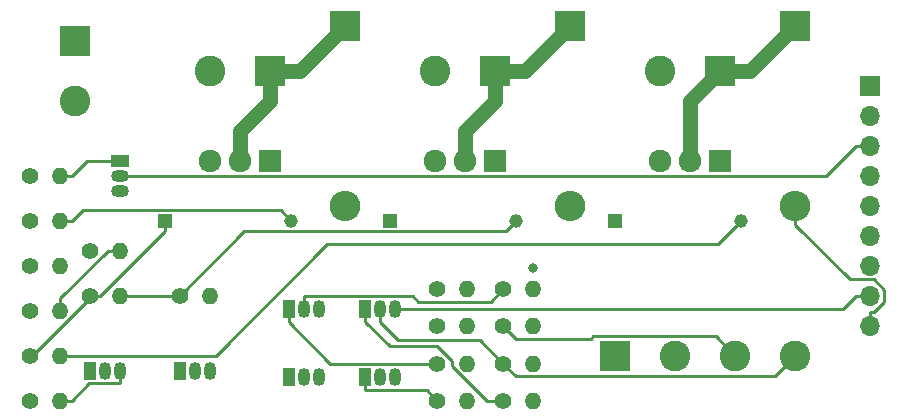
<source format=gbr>
%TF.GenerationSoftware,KiCad,Pcbnew,(5.1.9)-1*%
%TF.CreationDate,2021-10-09T19:01:39-07:00*%
%TF.ProjectId,HVAC Moisture Recovery system,48564143-204d-46f6-9973-747572652052,rev?*%
%TF.SameCoordinates,Original*%
%TF.FileFunction,Copper,L3,Inr*%
%TF.FilePolarity,Positive*%
%FSLAX46Y46*%
G04 Gerber Fmt 4.6, Leading zero omitted, Abs format (unit mm)*
G04 Created by KiCad (PCBNEW (5.1.9)-1) date 2021-10-09 19:01:39*
%MOMM*%
%LPD*%
G01*
G04 APERTURE LIST*
%TA.AperFunction,ComponentPad*%
%ADD10C,1.150000*%
%TD*%
%TA.AperFunction,ComponentPad*%
%ADD11R,1.150000X1.150000*%
%TD*%
%TA.AperFunction,ComponentPad*%
%ADD12C,1.920000*%
%TD*%
%TA.AperFunction,ComponentPad*%
%ADD13R,1.920000X1.920000*%
%TD*%
%TA.AperFunction,ComponentPad*%
%ADD14C,2.600000*%
%TD*%
%TA.AperFunction,ComponentPad*%
%ADD15R,2.600000X2.600000*%
%TD*%
%TA.AperFunction,ComponentPad*%
%ADD16O,1.700000X1.700000*%
%TD*%
%TA.AperFunction,ComponentPad*%
%ADD17R,1.700000X1.700000*%
%TD*%
%TA.AperFunction,ComponentPad*%
%ADD18O,1.400000X1.400000*%
%TD*%
%TA.AperFunction,ComponentPad*%
%ADD19C,1.400000*%
%TD*%
%TA.AperFunction,ComponentPad*%
%ADD20R,1.050000X1.500000*%
%TD*%
%TA.AperFunction,ComponentPad*%
%ADD21O,1.050000X1.500000*%
%TD*%
%TA.AperFunction,ComponentPad*%
%ADD22R,1.500000X1.050000*%
%TD*%
%TA.AperFunction,ComponentPad*%
%ADD23O,1.500000X1.050000*%
%TD*%
%TA.AperFunction,ComponentPad*%
%ADD24O,2.600000X2.600000*%
%TD*%
%TA.AperFunction,ViaPad*%
%ADD25C,0.800000*%
%TD*%
%TA.AperFunction,Conductor*%
%ADD26C,0.250000*%
%TD*%
%TA.AperFunction,Conductor*%
%ADD27C,1.270000*%
%TD*%
G04 APERTURE END LIST*
D10*
%TO.N,Net-(Q6-Pad1)*%
%TO.C,Z3*%
X146590000Y-133350000D03*
D11*
%TO.N,+VDC*%
X135890000Y-133350000D03*
%TD*%
D10*
%TO.N,Net-(Q4-Pad1)*%
%TO.C,Z2*%
X127540000Y-133350000D03*
D11*
%TO.N,+VDC*%
X116840000Y-133350000D03*
%TD*%
D10*
%TO.N,Net-(Q2-Pad1)*%
%TO.C,Z1*%
X108490000Y-133350000D03*
D11*
%TO.N,+VDC*%
X97790000Y-133350000D03*
%TD*%
D12*
%TO.N,+VDC*%
%TO.C,Q6*%
X139700000Y-128270000D03*
%TO.N,Net-(D3-Pad1)*%
X142240000Y-128270000D03*
D13*
%TO.N,Net-(Q6-Pad1)*%
X144780000Y-128270000D03*
%TD*%
D12*
%TO.N,+VDC*%
%TO.C,Q4*%
X120650000Y-128270000D03*
%TO.N,Net-(D2-Pad1)*%
X123190000Y-128270000D03*
D13*
%TO.N,Net-(Q4-Pad1)*%
X125730000Y-128270000D03*
%TD*%
D12*
%TO.N,+VDC*%
%TO.C,Q2*%
X101600000Y-128270000D03*
%TO.N,Net-(D1-Pad1)*%
X104140000Y-128270000D03*
D13*
%TO.N,Net-(Q2-Pad1)*%
X106680000Y-128270000D03*
%TD*%
D14*
%TO.N,GND*%
%TO.C,J2*%
X90170000Y-123190000D03*
D15*
%TO.N,+VDC*%
X90170000Y-118110000D03*
%TD*%
D16*
%TO.N,GND*%
%TO.C,J4*%
X157480000Y-142240000D03*
%TO.N,VBUS*%
X157480000Y-139700000D03*
%TO.N,/Tank Level Sensors/TTL4-4*%
X157480000Y-137160000D03*
%TO.N,/Tank Level Sensors/TTL3-4*%
X157480000Y-134620000D03*
%TO.N,/Tank Level Sensors/TTL1-2*%
X157480000Y-132080000D03*
%TO.N,/Tank Level Sensors/TTL1-4*%
X157480000Y-129540000D03*
%TO.N,Net-(J4-Pad3)*%
X157480000Y-127000000D03*
%TO.N,Net-(J4-Pad2)*%
X157480000Y-124460000D03*
D17*
%TO.N,Net-(J4-Pad1)*%
X157480000Y-121920000D03*
%TD*%
D14*
%TO.N,/Tank Level Sensors/VIN4-4*%
%TO.C,J1*%
X151130000Y-144780000D03*
%TO.N,/Tank Level Sensors/VIN3-4*%
X146050000Y-144780000D03*
%TO.N,/Tank Level Sensors/VIN1-2*%
X140970000Y-144780000D03*
D15*
%TO.N,/Tank Level Sensors/VIN1-4*%
X135890000Y-144780000D03*
%TD*%
D18*
%TO.N,GND*%
%TO.C,R17*%
X129000000Y-148610000D03*
D19*
%TO.N,/Tank Level Sensors/TTL4-4*%
X126460000Y-148610000D03*
%TD*%
D18*
%TO.N,GND*%
%TO.C,R16*%
X129000000Y-145460000D03*
D19*
%TO.N,/Tank Level Sensors/VIN4-4*%
X126460000Y-145460000D03*
%TD*%
D18*
%TO.N,GND*%
%TO.C,R15*%
X123410000Y-148610000D03*
D19*
%TO.N,/Tank Level Sensors/TTL3-4*%
X120870000Y-148610000D03*
%TD*%
D18*
%TO.N,GND*%
%TO.C,R14*%
X129000000Y-142310000D03*
D19*
%TO.N,/Tank Level Sensors/VIN3-4*%
X126460000Y-142310000D03*
%TD*%
D18*
%TO.N,GND*%
%TO.C,R13*%
X123410000Y-145460000D03*
D19*
%TO.N,/Tank Level Sensors/TTL1-2*%
X120870000Y-145460000D03*
%TD*%
D18*
%TO.N,GND*%
%TO.C,R12*%
X129000000Y-139160000D03*
D19*
%TO.N,/Tank Level Sensors/VIN1-2*%
X126460000Y-139160000D03*
%TD*%
D18*
%TO.N,GND*%
%TO.C,R11*%
X123410000Y-142310000D03*
D19*
%TO.N,/Tank Level Sensors/TTL1-4*%
X120870000Y-142310000D03*
%TD*%
D18*
%TO.N,GND*%
%TO.C,R10*%
X123410000Y-139160000D03*
D19*
%TO.N,/Tank Level Sensors/VIN1-4*%
X120870000Y-139160000D03*
%TD*%
D18*
%TO.N,Net-(Q5-Pad3)*%
%TO.C,R9*%
X88900000Y-148590000D03*
D19*
%TO.N,Net-(Q6-Pad1)*%
X86360000Y-148590000D03*
%TD*%
D18*
%TO.N,Net-(Q6-Pad1)*%
%TO.C,R8*%
X88900000Y-144780000D03*
D19*
%TO.N,+VDC*%
X86360000Y-144780000D03*
%TD*%
D18*
%TO.N,GND*%
%TO.C,R7*%
X88900000Y-140970000D03*
D19*
%TO.N,Net-(J4-Pad1)*%
X86360000Y-140970000D03*
%TD*%
D18*
%TO.N,Net-(Q3-Pad3)*%
%TO.C,R6*%
X101600000Y-139700000D03*
D19*
%TO.N,Net-(Q4-Pad1)*%
X99060000Y-139700000D03*
%TD*%
D18*
%TO.N,Net-(Q4-Pad1)*%
%TO.C,R5*%
X93980000Y-139700000D03*
D19*
%TO.N,+VDC*%
X91440000Y-139700000D03*
%TD*%
D18*
%TO.N,GND*%
%TO.C,R4*%
X93980000Y-135890000D03*
D19*
%TO.N,Net-(J4-Pad2)*%
X91440000Y-135890000D03*
%TD*%
D18*
%TO.N,Net-(Q1-Pad3)*%
%TO.C,R3*%
X88900000Y-137160000D03*
D19*
%TO.N,Net-(Q2-Pad1)*%
X86360000Y-137160000D03*
%TD*%
D18*
%TO.N,Net-(Q2-Pad1)*%
%TO.C,R2*%
X88900000Y-133350000D03*
D19*
%TO.N,+VDC*%
X86360000Y-133350000D03*
%TD*%
D18*
%TO.N,GND*%
%TO.C,R1*%
X88900000Y-129540000D03*
D19*
%TO.N,Net-(J4-Pad3)*%
X86360000Y-129540000D03*
%TD*%
D20*
%TO.N,/Tank Level Sensors/TTL4-4*%
%TO.C,Q10*%
X114770000Y-140840000D03*
D21*
%TO.N,VBUS*%
X117310000Y-140840000D03*
%TO.N,/Tank Level Sensors/VIN4-4*%
X116040000Y-140840000D03*
%TD*%
D20*
%TO.N,/Tank Level Sensors/TTL3-4*%
%TO.C,Q9*%
X114770000Y-146630000D03*
D21*
%TO.N,VBUS*%
X117310000Y-146630000D03*
%TO.N,/Tank Level Sensors/VIN3-4*%
X116040000Y-146630000D03*
%TD*%
D20*
%TO.N,/Tank Level Sensors/TTL1-2*%
%TO.C,Q8*%
X108260000Y-140840000D03*
D21*
%TO.N,VBUS*%
X110800000Y-140840000D03*
%TO.N,/Tank Level Sensors/VIN1-2*%
X109530000Y-140840000D03*
%TD*%
D20*
%TO.N,/Tank Level Sensors/TTL1-4*%
%TO.C,Q7*%
X108260000Y-146630000D03*
D21*
%TO.N,VBUS*%
X110800000Y-146630000D03*
%TO.N,/Tank Level Sensors/VIN1-4*%
X109530000Y-146630000D03*
%TD*%
D20*
%TO.N,GND*%
%TO.C,Q5*%
X91440000Y-146050000D03*
D21*
%TO.N,Net-(Q5-Pad3)*%
X93980000Y-146050000D03*
%TO.N,Net-(J4-Pad1)*%
X92710000Y-146050000D03*
%TD*%
D20*
%TO.N,GND*%
%TO.C,Q3*%
X99060000Y-146050000D03*
D21*
%TO.N,Net-(Q3-Pad3)*%
X101600000Y-146050000D03*
%TO.N,Net-(J4-Pad2)*%
X100330000Y-146050000D03*
%TD*%
D22*
%TO.N,GND*%
%TO.C,Q1*%
X93980000Y-128270000D03*
D23*
%TO.N,Net-(Q1-Pad3)*%
X93980000Y-130810000D03*
%TO.N,Net-(J4-Pad3)*%
X93980000Y-129540000D03*
%TD*%
D14*
%TO.N,GND*%
%TO.C,J6*%
X139700000Y-120650000D03*
D15*
%TO.N,Net-(D3-Pad1)*%
X144780000Y-120650000D03*
%TD*%
D14*
%TO.N,GND*%
%TO.C,J5*%
X120650000Y-120650000D03*
D15*
%TO.N,Net-(D2-Pad1)*%
X125730000Y-120650000D03*
%TD*%
D14*
%TO.N,GND*%
%TO.C,J3*%
X101600000Y-120650000D03*
D15*
%TO.N,Net-(D1-Pad1)*%
X106680000Y-120650000D03*
%TD*%
D24*
%TO.N,GND*%
%TO.C,D3*%
X151130000Y-132080000D03*
D15*
%TO.N,Net-(D3-Pad1)*%
X151130000Y-116840000D03*
%TD*%
D24*
%TO.N,GND*%
%TO.C,D2*%
X132080000Y-132080000D03*
D15*
%TO.N,Net-(D2-Pad1)*%
X132080000Y-116840000D03*
%TD*%
D24*
%TO.N,GND*%
%TO.C,D1*%
X113030000Y-132080000D03*
D15*
%TO.N,Net-(D1-Pad1)*%
X113030000Y-116840000D03*
%TD*%
D25*
%TO.N,GND*%
X129000000Y-137346600D03*
%TD*%
D26*
%TO.N,GND*%
X157480000Y-142240000D02*
X157480000Y-141064700D01*
X151130000Y-132080000D02*
X151130000Y-133705300D01*
X151130000Y-133705300D02*
X155760100Y-138335400D01*
X155760100Y-138335400D02*
X157794000Y-138335400D01*
X157794000Y-138335400D02*
X158655300Y-139196700D01*
X158655300Y-139196700D02*
X158655300Y-140256800D01*
X158655300Y-140256800D02*
X157847400Y-141064700D01*
X157847400Y-141064700D02*
X157480000Y-141064700D01*
X88900000Y-129540000D02*
X89925300Y-129540000D01*
X93980000Y-128270000D02*
X91195300Y-128270000D01*
X91195300Y-128270000D02*
X89925300Y-129540000D01*
X93980000Y-135890000D02*
X92954700Y-135890000D01*
X92954700Y-135890000D02*
X88900000Y-139944700D01*
X88900000Y-139944700D02*
X88900000Y-140970000D01*
D27*
%TO.N,Net-(D1-Pad1)*%
X106680000Y-120650000D02*
X109220000Y-120650000D01*
X109220000Y-120650000D02*
X113030000Y-116840000D01*
X106680000Y-120650000D02*
X106680000Y-123190000D01*
X106680000Y-123190000D02*
X104140000Y-125730000D01*
X104140000Y-125730000D02*
X104140000Y-128270000D01*
%TO.N,Net-(D2-Pad1)*%
X125730000Y-120650000D02*
X128270000Y-120650000D01*
X128270000Y-120650000D02*
X132080000Y-116840000D01*
X123190000Y-128270000D02*
X123190000Y-125730000D01*
X123190000Y-125730000D02*
X125730000Y-123190000D01*
X125730000Y-123190000D02*
X125730000Y-120650000D01*
%TO.N,Net-(D3-Pad1)*%
X144780000Y-120650000D02*
X147320000Y-120650000D01*
X147320000Y-120650000D02*
X151130000Y-116840000D01*
X142240000Y-128270000D02*
X142240000Y-123190000D01*
X142240000Y-123190000D02*
X144780000Y-120650000D01*
D26*
%TO.N,Net-(J4-Pad3)*%
X157480000Y-127000000D02*
X156304700Y-127000000D01*
X93980000Y-129540000D02*
X95055300Y-129540000D01*
X95055300Y-129540000D02*
X95070700Y-129555400D01*
X95070700Y-129555400D02*
X153749300Y-129555400D01*
X153749300Y-129555400D02*
X156304700Y-127000000D01*
%TO.N,+VDC*%
X97790000Y-133350000D02*
X97790000Y-134250300D01*
X97790000Y-134250300D02*
X92340300Y-139700000D01*
X92340300Y-139700000D02*
X91440000Y-139700000D01*
X86360000Y-144780000D02*
X86567500Y-144780000D01*
X86567500Y-144780000D02*
X91440000Y-139907500D01*
X91440000Y-139907500D02*
X91440000Y-139700000D01*
%TO.N,Net-(Q2-Pad1)*%
X88900000Y-133350000D02*
X89925300Y-133350000D01*
X108490000Y-133350000D02*
X107589700Y-132449700D01*
X107589700Y-132449700D02*
X90825600Y-132449700D01*
X90825600Y-132449700D02*
X89925300Y-133350000D01*
%TO.N,Net-(Q4-Pad1)*%
X99060000Y-139700000D02*
X95005300Y-139700000D01*
X127540000Y-133350000D02*
X126639600Y-134250400D01*
X126639600Y-134250400D02*
X104509600Y-134250400D01*
X104509600Y-134250400D02*
X99060000Y-139700000D01*
X93980000Y-139700000D02*
X95005300Y-139700000D01*
%TO.N,Net-(Q5-Pad3)*%
X88900000Y-148590000D02*
X89925300Y-148590000D01*
X93980000Y-146050000D02*
X93980000Y-147125300D01*
X93980000Y-147125300D02*
X91390000Y-147125300D01*
X91390000Y-147125300D02*
X89925300Y-148590000D01*
%TO.N,Net-(Q6-Pad1)*%
X88900000Y-144780000D02*
X102100400Y-144780000D01*
X102100400Y-144780000D02*
X111539900Y-135340500D01*
X111539900Y-135340500D02*
X144599500Y-135340500D01*
X144599500Y-135340500D02*
X146590000Y-133350000D01*
%TO.N,VBUS*%
X157480000Y-139700000D02*
X156304700Y-139700000D01*
X156304700Y-139700000D02*
X155164700Y-140840000D01*
X155164700Y-140840000D02*
X117310000Y-140840000D01*
%TO.N,/Tank Level Sensors/TTL1-2*%
X108260000Y-140840000D02*
X108260000Y-141915300D01*
X108260000Y-141915300D02*
X111804700Y-145460000D01*
X111804700Y-145460000D02*
X120870000Y-145460000D01*
%TO.N,/Tank Level Sensors/VIN1-2*%
X109530000Y-140840000D02*
X109530000Y-139764700D01*
X109530000Y-139764700D02*
X118766600Y-139764700D01*
X118766600Y-139764700D02*
X119222500Y-140220600D01*
X119222500Y-140220600D02*
X125399400Y-140220600D01*
X125399400Y-140220600D02*
X126460000Y-139160000D01*
%TO.N,/Tank Level Sensors/TTL3-4*%
X114770000Y-146630000D02*
X114770000Y-147705300D01*
X114770000Y-147705300D02*
X119965300Y-147705300D01*
X119965300Y-147705300D02*
X120870000Y-148610000D01*
%TO.N,/Tank Level Sensors/VIN3-4*%
X126460000Y-142310000D02*
X127497200Y-143347200D01*
X127497200Y-143347200D02*
X133850600Y-143347200D01*
X133850600Y-143347200D02*
X134051600Y-143146200D01*
X134051600Y-143146200D02*
X144416200Y-143146200D01*
X144416200Y-143146200D02*
X146050000Y-144780000D01*
%TO.N,/Tank Level Sensors/TTL4-4*%
X126460000Y-148610000D02*
X125106000Y-148610000D01*
X125106000Y-148610000D02*
X122140000Y-145644000D01*
X122140000Y-145644000D02*
X122140000Y-145266000D01*
X122140000Y-145266000D02*
X120858400Y-143984400D01*
X120858400Y-143984400D02*
X116839100Y-143984400D01*
X116839100Y-143984400D02*
X114770000Y-141915300D01*
X114770000Y-140840000D02*
X114770000Y-141915300D01*
%TO.N,/Tank Level Sensors/VIN4-4*%
X126460000Y-145460000D02*
X127496200Y-146496200D01*
X127496200Y-146496200D02*
X149413800Y-146496200D01*
X149413800Y-146496200D02*
X151130000Y-144780000D01*
X116040000Y-141915300D02*
X117559500Y-143434800D01*
X117559500Y-143434800D02*
X124434800Y-143434800D01*
X124434800Y-143434800D02*
X126460000Y-145460000D01*
X116040000Y-140840000D02*
X116040000Y-141915300D01*
%TD*%
M02*

</source>
